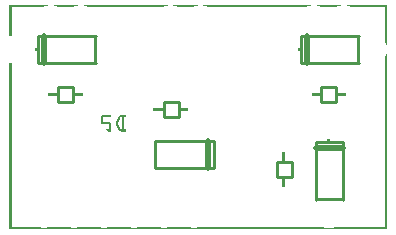
<source format=gbo>
G04 MADE WITH FRITZING*
G04 WWW.FRITZING.ORG*
G04 DOUBLE SIDED*
G04 HOLES PLATED*
G04 CONTOUR ON CENTER OF CONTOUR VECTOR*
%ASAXBY*%
%FSLAX23Y23*%
%MOIN*%
%OFA0B0*%
%SFA1.0B1.0*%
%ADD10C,0.010000*%
%ADD11C,0.020000*%
%ADD12R,0.001000X0.001000*%
%LNSILK0*%
G90*
G70*
G54D10*
X681Y294D02*
X486Y294D01*
D02*
X486Y204D02*
X681Y204D01*
D02*
X681Y204D02*
X681Y294D01*
G54D11*
D02*
X661Y204D02*
X661Y294D01*
G54D10*
D02*
X563Y424D02*
X513Y424D01*
D02*
X513Y424D02*
X513Y374D01*
D02*
X513Y374D02*
X563Y374D01*
D02*
X563Y374D02*
X563Y424D01*
D02*
X1020Y293D02*
X1020Y98D01*
D02*
X1110Y98D02*
X1110Y293D01*
D02*
X1110Y293D02*
X1020Y293D01*
G54D11*
D02*
X1110Y273D02*
X1020Y273D01*
G54D10*
D02*
X890Y225D02*
X890Y175D01*
D02*
X890Y175D02*
X940Y175D01*
D02*
X940Y175D02*
X940Y225D01*
D02*
X940Y225D02*
X890Y225D01*
D02*
X971Y554D02*
X1166Y554D01*
D02*
X1166Y644D02*
X971Y644D01*
D02*
X971Y644D02*
X971Y554D01*
G54D11*
D02*
X991Y644D02*
X991Y554D01*
G54D10*
D02*
X1039Y425D02*
X1089Y425D01*
D02*
X1089Y425D02*
X1089Y475D01*
D02*
X1089Y475D02*
X1039Y475D01*
D02*
X1039Y475D02*
X1039Y425D01*
D02*
X93Y554D02*
X288Y554D01*
D02*
X288Y644D02*
X93Y644D01*
D02*
X93Y644D02*
X93Y554D01*
G54D11*
D02*
X113Y644D02*
X113Y554D01*
G54D10*
D02*
X162Y425D02*
X212Y425D01*
D02*
X212Y425D02*
X212Y475D01*
D02*
X212Y475D02*
X162Y475D01*
D02*
X162Y475D02*
X162Y425D01*
G54D12*
X0Y748D02*
X135Y748D01*
X138Y748D02*
X235Y748D01*
X238Y748D02*
X535Y748D01*
X538Y748D02*
X635Y748D01*
X638Y748D02*
X1012Y748D01*
X1015Y748D02*
X1112Y748D01*
X1115Y748D02*
X1258Y748D01*
X0Y747D02*
X126Y747D01*
X147Y747D02*
X226Y747D01*
X247Y747D02*
X526Y747D01*
X546Y747D02*
X626Y747D01*
X646Y747D02*
X1004Y747D01*
X1024Y747D02*
X1104Y747D01*
X1124Y747D02*
X1258Y747D01*
X0Y746D02*
X122Y746D01*
X151Y746D02*
X222Y746D01*
X251Y746D02*
X522Y746D01*
X550Y746D02*
X622Y746D01*
X650Y746D02*
X1000Y746D01*
X1028Y746D02*
X1100Y746D01*
X1128Y746D02*
X1258Y746D01*
X0Y745D02*
X119Y745D01*
X154Y745D02*
X219Y745D01*
X254Y745D02*
X519Y745D01*
X554Y745D02*
X619Y745D01*
X653Y745D02*
X997Y745D01*
X1031Y745D02*
X1097Y745D01*
X1131Y745D02*
X1258Y745D01*
X0Y744D02*
X117Y744D01*
X156Y744D02*
X217Y744D01*
X256Y744D02*
X517Y744D01*
X556Y744D02*
X616Y744D01*
X656Y744D02*
X994Y744D01*
X1034Y744D02*
X1094Y744D01*
X1134Y744D02*
X1258Y744D01*
X0Y743D02*
X115Y743D01*
X158Y743D02*
X215Y743D01*
X258Y743D02*
X514Y743D01*
X558Y743D02*
X614Y743D01*
X658Y743D02*
X992Y743D01*
X1036Y743D02*
X1092Y743D01*
X1136Y743D02*
X1258Y743D01*
X0Y742D02*
X113Y742D01*
X160Y742D02*
X213Y742D01*
X260Y742D02*
X513Y742D01*
X560Y742D02*
X612Y742D01*
X660Y742D02*
X990Y742D01*
X1038Y742D02*
X1090Y742D01*
X1137Y742D02*
X1258Y742D01*
X0Y741D02*
X111Y741D01*
X162Y741D02*
X211Y741D01*
X262Y741D02*
X511Y741D01*
X562Y741D02*
X611Y741D01*
X662Y741D02*
X988Y741D01*
X1039Y741D02*
X1088Y741D01*
X1139Y741D02*
X1258Y741D01*
X0Y740D02*
X7Y740D01*
X1251Y740D02*
X1258Y740D01*
X0Y739D02*
X7Y739D01*
X1251Y739D02*
X1258Y739D01*
X0Y738D02*
X7Y738D01*
X1251Y738D02*
X1258Y738D01*
X0Y737D02*
X7Y737D01*
X1251Y737D02*
X1258Y737D01*
X0Y736D02*
X7Y736D01*
X1251Y736D02*
X1258Y736D01*
X0Y735D02*
X7Y735D01*
X1251Y735D02*
X1258Y735D01*
X0Y734D02*
X7Y734D01*
X1251Y734D02*
X1258Y734D01*
X0Y733D02*
X7Y733D01*
X1251Y733D02*
X1258Y733D01*
X0Y732D02*
X7Y732D01*
X1251Y732D02*
X1258Y732D01*
X0Y731D02*
X7Y731D01*
X1251Y731D02*
X1258Y731D01*
X0Y730D02*
X7Y730D01*
X1251Y730D02*
X1258Y730D01*
X0Y729D02*
X7Y729D01*
X1251Y729D02*
X1258Y729D01*
X0Y728D02*
X7Y728D01*
X1251Y728D02*
X1258Y728D01*
X0Y727D02*
X7Y727D01*
X1251Y727D02*
X1258Y727D01*
X0Y726D02*
X7Y726D01*
X1251Y726D02*
X1258Y726D01*
X0Y725D02*
X7Y725D01*
X1251Y725D02*
X1258Y725D01*
X0Y724D02*
X7Y724D01*
X1251Y724D02*
X1258Y724D01*
X0Y723D02*
X7Y723D01*
X1251Y723D02*
X1258Y723D01*
X0Y722D02*
X7Y722D01*
X1251Y722D02*
X1258Y722D01*
X0Y721D02*
X7Y721D01*
X1251Y721D02*
X1258Y721D01*
X0Y720D02*
X7Y720D01*
X1251Y720D02*
X1258Y720D01*
X0Y719D02*
X7Y719D01*
X1251Y719D02*
X1258Y719D01*
X0Y718D02*
X7Y718D01*
X1251Y718D02*
X1258Y718D01*
X0Y717D02*
X7Y717D01*
X1251Y717D02*
X1258Y717D01*
X0Y716D02*
X7Y716D01*
X1251Y716D02*
X1258Y716D01*
X0Y715D02*
X7Y715D01*
X1251Y715D02*
X1258Y715D01*
X0Y714D02*
X7Y714D01*
X1251Y714D02*
X1258Y714D01*
X0Y713D02*
X7Y713D01*
X1251Y713D02*
X1258Y713D01*
X0Y712D02*
X7Y712D01*
X1251Y712D02*
X1258Y712D01*
X0Y711D02*
X7Y711D01*
X1251Y711D02*
X1258Y711D01*
X0Y710D02*
X7Y710D01*
X1251Y710D02*
X1258Y710D01*
X0Y709D02*
X7Y709D01*
X1251Y709D02*
X1258Y709D01*
X0Y708D02*
X7Y708D01*
X1251Y708D02*
X1258Y708D01*
X0Y707D02*
X7Y707D01*
X1251Y707D02*
X1258Y707D01*
X0Y706D02*
X7Y706D01*
X1251Y706D02*
X1258Y706D01*
X0Y705D02*
X7Y705D01*
X1251Y705D02*
X1258Y705D01*
X0Y704D02*
X7Y704D01*
X1251Y704D02*
X1258Y704D01*
X0Y703D02*
X7Y703D01*
X1251Y703D02*
X1258Y703D01*
X0Y702D02*
X7Y702D01*
X1251Y702D02*
X1258Y702D01*
X0Y701D02*
X7Y701D01*
X1251Y701D02*
X1258Y701D01*
X0Y700D02*
X7Y700D01*
X1251Y700D02*
X1258Y700D01*
X0Y699D02*
X7Y699D01*
X1251Y699D02*
X1258Y699D01*
X0Y698D02*
X7Y698D01*
X1251Y698D02*
X1258Y698D01*
X0Y697D02*
X7Y697D01*
X1251Y697D02*
X1258Y697D01*
X0Y696D02*
X7Y696D01*
X1251Y696D02*
X1258Y696D01*
X0Y695D02*
X7Y695D01*
X1251Y695D02*
X1258Y695D01*
X0Y694D02*
X7Y694D01*
X1251Y694D02*
X1258Y694D01*
X0Y693D02*
X7Y693D01*
X1251Y693D02*
X1258Y693D01*
X0Y692D02*
X7Y692D01*
X1251Y692D02*
X1258Y692D01*
X0Y691D02*
X7Y691D01*
X1251Y691D02*
X1258Y691D01*
X0Y690D02*
X7Y690D01*
X1251Y690D02*
X1258Y690D01*
X0Y689D02*
X7Y689D01*
X1251Y689D02*
X1258Y689D01*
X0Y688D02*
X7Y688D01*
X1251Y688D02*
X1258Y688D01*
X0Y687D02*
X7Y687D01*
X1251Y687D02*
X1258Y687D01*
X0Y686D02*
X7Y686D01*
X1251Y686D02*
X1258Y686D01*
X0Y685D02*
X7Y685D01*
X1251Y685D02*
X1258Y685D01*
X0Y684D02*
X7Y684D01*
X1251Y684D02*
X1258Y684D01*
X0Y683D02*
X7Y683D01*
X1251Y683D02*
X1258Y683D01*
X0Y682D02*
X7Y682D01*
X1251Y682D02*
X1258Y682D01*
X0Y681D02*
X7Y681D01*
X1251Y681D02*
X1258Y681D01*
X0Y680D02*
X7Y680D01*
X1251Y680D02*
X1258Y680D01*
X0Y679D02*
X7Y679D01*
X1251Y679D02*
X1258Y679D01*
X0Y678D02*
X7Y678D01*
X1251Y678D02*
X1258Y678D01*
X0Y677D02*
X7Y677D01*
X1251Y677D02*
X1258Y677D01*
X0Y676D02*
X7Y676D01*
X1251Y676D02*
X1258Y676D01*
X0Y675D02*
X7Y675D01*
X1251Y675D02*
X1258Y675D01*
X0Y674D02*
X7Y674D01*
X1251Y674D02*
X1258Y674D01*
X0Y673D02*
X7Y673D01*
X1251Y673D02*
X1258Y673D01*
X0Y672D02*
X7Y672D01*
X1251Y672D02*
X1258Y672D01*
X0Y671D02*
X7Y671D01*
X1251Y671D02*
X1258Y671D01*
X0Y670D02*
X7Y670D01*
X1251Y670D02*
X1258Y670D01*
X0Y669D02*
X7Y669D01*
X1251Y669D02*
X1258Y669D01*
X0Y668D02*
X7Y668D01*
X1251Y668D02*
X1258Y668D01*
X0Y667D02*
X7Y667D01*
X1251Y667D02*
X1258Y667D01*
X0Y666D02*
X7Y666D01*
X1251Y666D02*
X1258Y666D01*
X0Y665D02*
X7Y665D01*
X1251Y665D02*
X1258Y665D01*
X0Y664D02*
X7Y664D01*
X1251Y664D02*
X1258Y664D01*
X0Y663D02*
X7Y663D01*
X1251Y663D02*
X1258Y663D01*
X0Y662D02*
X7Y662D01*
X1251Y662D02*
X1258Y662D01*
X0Y661D02*
X7Y661D01*
X1251Y661D02*
X1258Y661D01*
X0Y660D02*
X7Y660D01*
X1251Y660D02*
X1258Y660D01*
X0Y659D02*
X7Y659D01*
X1251Y659D02*
X1258Y659D01*
X0Y658D02*
X7Y658D01*
X1251Y658D02*
X1258Y658D01*
X0Y657D02*
X7Y657D01*
X1251Y657D02*
X1258Y657D01*
X0Y656D02*
X7Y656D01*
X1251Y656D02*
X1258Y656D01*
X0Y655D02*
X7Y655D01*
X1251Y655D02*
X1258Y655D01*
X0Y654D02*
X7Y654D01*
X1251Y654D02*
X1258Y654D01*
X0Y653D02*
X7Y653D01*
X1251Y653D02*
X1258Y653D01*
X0Y652D02*
X7Y652D01*
X1251Y652D02*
X1258Y652D01*
X0Y651D02*
X7Y651D01*
X1251Y651D02*
X1258Y651D01*
X0Y650D02*
X7Y650D01*
X1251Y650D02*
X1258Y650D01*
X0Y649D02*
X7Y649D01*
X1251Y649D02*
X1258Y649D01*
X0Y648D02*
X7Y648D01*
X1251Y648D02*
X1258Y648D01*
X0Y647D02*
X7Y647D01*
X1251Y647D02*
X1258Y647D01*
X0Y646D02*
X7Y646D01*
X1251Y646D02*
X1258Y646D01*
X1251Y645D02*
X1258Y645D01*
X283Y644D02*
X292Y644D01*
X1160Y644D02*
X1169Y644D01*
X1251Y644D02*
X1258Y644D01*
X283Y643D02*
X292Y643D01*
X1160Y643D02*
X1169Y643D01*
X1251Y643D02*
X1258Y643D01*
X283Y642D02*
X292Y642D01*
X1160Y642D02*
X1169Y642D01*
X1251Y642D02*
X1258Y642D01*
X283Y641D02*
X292Y641D01*
X1160Y641D02*
X1169Y641D01*
X1251Y641D02*
X1258Y641D01*
X283Y640D02*
X292Y640D01*
X1160Y640D02*
X1169Y640D01*
X1251Y640D02*
X1258Y640D01*
X283Y639D02*
X292Y639D01*
X1160Y639D02*
X1169Y639D01*
X1251Y639D02*
X1258Y639D01*
X283Y638D02*
X292Y638D01*
X1160Y638D02*
X1169Y638D01*
X1251Y638D02*
X1258Y638D01*
X283Y637D02*
X292Y637D01*
X1160Y637D02*
X1169Y637D01*
X1251Y637D02*
X1258Y637D01*
X283Y636D02*
X292Y636D01*
X1160Y636D02*
X1169Y636D01*
X1251Y636D02*
X1258Y636D01*
X283Y635D02*
X292Y635D01*
X1160Y635D02*
X1169Y635D01*
X1251Y635D02*
X1258Y635D01*
X283Y634D02*
X292Y634D01*
X1160Y634D02*
X1169Y634D01*
X1251Y634D02*
X1258Y634D01*
X283Y633D02*
X292Y633D01*
X1160Y633D02*
X1169Y633D01*
X1251Y633D02*
X1258Y633D01*
X283Y632D02*
X292Y632D01*
X1160Y632D02*
X1169Y632D01*
X1251Y632D02*
X1258Y632D01*
X283Y631D02*
X292Y631D01*
X1160Y631D02*
X1169Y631D01*
X1251Y631D02*
X1258Y631D01*
X283Y630D02*
X292Y630D01*
X1160Y630D02*
X1169Y630D01*
X1251Y630D02*
X1258Y630D01*
X283Y629D02*
X292Y629D01*
X1160Y629D02*
X1169Y629D01*
X1251Y629D02*
X1258Y629D01*
X283Y628D02*
X292Y628D01*
X1160Y628D02*
X1169Y628D01*
X1251Y628D02*
X1258Y628D01*
X283Y627D02*
X292Y627D01*
X1160Y627D02*
X1169Y627D01*
X1251Y627D02*
X1258Y627D01*
X283Y626D02*
X292Y626D01*
X1160Y626D02*
X1169Y626D01*
X1251Y626D02*
X1258Y626D01*
X283Y625D02*
X292Y625D01*
X1160Y625D02*
X1169Y625D01*
X1251Y625D02*
X1258Y625D01*
X283Y624D02*
X292Y624D01*
X1160Y624D02*
X1169Y624D01*
X1252Y624D02*
X1258Y624D01*
X283Y623D02*
X292Y623D01*
X1160Y623D02*
X1169Y623D01*
X1253Y623D02*
X1258Y623D01*
X283Y622D02*
X292Y622D01*
X1160Y622D02*
X1169Y622D01*
X1253Y622D02*
X1258Y622D01*
X283Y621D02*
X292Y621D01*
X1160Y621D02*
X1169Y621D01*
X1254Y621D02*
X1258Y621D01*
X283Y620D02*
X292Y620D01*
X1160Y620D02*
X1169Y620D01*
X1254Y620D02*
X1258Y620D01*
X283Y619D02*
X292Y619D01*
X1160Y619D02*
X1169Y619D01*
X1255Y619D02*
X1258Y619D01*
X283Y618D02*
X292Y618D01*
X1160Y618D02*
X1169Y618D01*
X1255Y618D02*
X1258Y618D01*
X283Y617D02*
X292Y617D01*
X1160Y617D02*
X1169Y617D01*
X1256Y617D02*
X1258Y617D01*
X283Y616D02*
X292Y616D01*
X1160Y616D02*
X1169Y616D01*
X1256Y616D02*
X1258Y616D01*
X283Y615D02*
X292Y615D01*
X1160Y615D02*
X1169Y615D01*
X1256Y615D02*
X1258Y615D01*
X283Y614D02*
X292Y614D01*
X1160Y614D02*
X1168Y614D01*
X1257Y614D02*
X1258Y614D01*
X283Y613D02*
X292Y613D01*
X1160Y613D02*
X1168Y613D01*
X1257Y613D02*
X1258Y613D01*
X283Y612D02*
X292Y612D01*
X1160Y612D02*
X1168Y612D01*
X1257Y612D02*
X1258Y612D01*
X283Y611D02*
X291Y611D01*
X1160Y611D02*
X1168Y611D01*
X1258Y611D02*
X1258Y611D01*
X283Y610D02*
X291Y610D01*
X1160Y610D02*
X1167Y610D01*
X1258Y610D02*
X1258Y610D01*
X283Y609D02*
X291Y609D01*
X1160Y609D02*
X1167Y609D01*
X1258Y609D02*
X1258Y609D01*
X283Y608D02*
X291Y608D01*
X1160Y608D02*
X1167Y608D01*
X1258Y608D02*
X1258Y608D01*
X283Y607D02*
X291Y607D01*
X1160Y607D02*
X1167Y607D01*
X1258Y607D02*
X1258Y607D01*
X283Y606D02*
X291Y606D01*
X1160Y606D02*
X1167Y606D01*
X283Y605D02*
X290Y605D01*
X1160Y605D02*
X1167Y605D01*
X85Y604D02*
X92Y604D01*
X283Y604D02*
X290Y604D01*
X962Y604D02*
X969Y604D01*
X1160Y604D02*
X1166Y604D01*
X85Y603D02*
X92Y603D01*
X283Y603D02*
X290Y603D01*
X962Y603D02*
X969Y603D01*
X1160Y603D02*
X1166Y603D01*
X85Y602D02*
X92Y602D01*
X283Y602D02*
X290Y602D01*
X962Y602D02*
X969Y602D01*
X1160Y602D02*
X1166Y602D01*
X85Y601D02*
X92Y601D01*
X283Y601D02*
X290Y601D01*
X962Y601D02*
X969Y601D01*
X1160Y601D02*
X1166Y601D01*
X85Y600D02*
X92Y600D01*
X283Y600D02*
X290Y600D01*
X962Y600D02*
X969Y600D01*
X1160Y600D02*
X1166Y600D01*
X85Y599D02*
X92Y599D01*
X283Y599D02*
X290Y599D01*
X962Y599D02*
X969Y599D01*
X1160Y599D02*
X1166Y599D01*
X85Y598D02*
X92Y598D01*
X283Y598D02*
X290Y598D01*
X962Y598D02*
X969Y598D01*
X1160Y598D02*
X1166Y598D01*
X85Y597D02*
X92Y597D01*
X283Y597D02*
X290Y597D01*
X962Y597D02*
X969Y597D01*
X1160Y597D02*
X1166Y597D01*
X85Y596D02*
X92Y596D01*
X283Y596D02*
X290Y596D01*
X962Y596D02*
X969Y596D01*
X1160Y596D02*
X1166Y596D01*
X85Y595D02*
X92Y595D01*
X283Y595D02*
X290Y595D01*
X962Y595D02*
X969Y595D01*
X1160Y595D02*
X1166Y595D01*
X283Y594D02*
X290Y594D01*
X1160Y594D02*
X1167Y594D01*
X283Y593D02*
X291Y593D01*
X1160Y593D02*
X1167Y593D01*
X283Y592D02*
X291Y592D01*
X1160Y592D02*
X1167Y592D01*
X1258Y592D02*
X1258Y592D01*
X283Y591D02*
X291Y591D01*
X1160Y591D02*
X1167Y591D01*
X1258Y591D02*
X1258Y591D01*
X283Y590D02*
X291Y590D01*
X1160Y590D02*
X1167Y590D01*
X1258Y590D02*
X1258Y590D01*
X283Y589D02*
X291Y589D01*
X1160Y589D02*
X1168Y589D01*
X1258Y589D02*
X1258Y589D01*
X283Y588D02*
X292Y588D01*
X1160Y588D02*
X1168Y588D01*
X1257Y588D02*
X1258Y588D01*
X283Y587D02*
X292Y587D01*
X1160Y587D02*
X1168Y587D01*
X1257Y587D02*
X1258Y587D01*
X283Y586D02*
X292Y586D01*
X1160Y586D02*
X1168Y586D01*
X1257Y586D02*
X1258Y586D01*
X283Y585D02*
X292Y585D01*
X1160Y585D02*
X1169Y585D01*
X1257Y585D02*
X1258Y585D01*
X283Y584D02*
X292Y584D01*
X1160Y584D02*
X1169Y584D01*
X1256Y584D02*
X1258Y584D01*
X283Y583D02*
X292Y583D01*
X1160Y583D02*
X1169Y583D01*
X1256Y583D02*
X1258Y583D01*
X283Y582D02*
X292Y582D01*
X1160Y582D02*
X1169Y582D01*
X1256Y582D02*
X1258Y582D01*
X283Y581D02*
X292Y581D01*
X1160Y581D02*
X1169Y581D01*
X1255Y581D02*
X1258Y581D01*
X283Y580D02*
X292Y580D01*
X1160Y580D02*
X1169Y580D01*
X1255Y580D02*
X1258Y580D01*
X283Y579D02*
X292Y579D01*
X1160Y579D02*
X1169Y579D01*
X1254Y579D02*
X1258Y579D01*
X283Y578D02*
X292Y578D01*
X1160Y578D02*
X1169Y578D01*
X1254Y578D02*
X1258Y578D01*
X283Y577D02*
X292Y577D01*
X1160Y577D02*
X1169Y577D01*
X1253Y577D02*
X1258Y577D01*
X283Y576D02*
X292Y576D01*
X1160Y576D02*
X1169Y576D01*
X1252Y576D02*
X1258Y576D01*
X283Y575D02*
X292Y575D01*
X1160Y575D02*
X1169Y575D01*
X1252Y575D02*
X1258Y575D01*
X283Y574D02*
X292Y574D01*
X1160Y574D02*
X1169Y574D01*
X1251Y574D02*
X1258Y574D01*
X283Y573D02*
X292Y573D01*
X1160Y573D02*
X1169Y573D01*
X1251Y573D02*
X1258Y573D01*
X283Y572D02*
X292Y572D01*
X1160Y572D02*
X1169Y572D01*
X1251Y572D02*
X1258Y572D01*
X283Y571D02*
X292Y571D01*
X1160Y571D02*
X1169Y571D01*
X1251Y571D02*
X1258Y571D01*
X283Y570D02*
X292Y570D01*
X1160Y570D02*
X1169Y570D01*
X1251Y570D02*
X1258Y570D01*
X283Y569D02*
X292Y569D01*
X1160Y569D02*
X1169Y569D01*
X1251Y569D02*
X1258Y569D01*
X283Y568D02*
X292Y568D01*
X1160Y568D02*
X1169Y568D01*
X1251Y568D02*
X1258Y568D01*
X283Y567D02*
X292Y567D01*
X1160Y567D02*
X1169Y567D01*
X1251Y567D02*
X1258Y567D01*
X283Y566D02*
X292Y566D01*
X1160Y566D02*
X1169Y566D01*
X1251Y566D02*
X1258Y566D01*
X283Y565D02*
X292Y565D01*
X1160Y565D02*
X1169Y565D01*
X1251Y565D02*
X1258Y565D01*
X283Y564D02*
X292Y564D01*
X1160Y564D02*
X1169Y564D01*
X1251Y564D02*
X1258Y564D01*
X283Y563D02*
X292Y563D01*
X1160Y563D02*
X1169Y563D01*
X1251Y563D02*
X1258Y563D01*
X283Y562D02*
X292Y562D01*
X1160Y562D02*
X1169Y562D01*
X1251Y562D02*
X1258Y562D01*
X283Y561D02*
X292Y561D01*
X1160Y561D02*
X1169Y561D01*
X1251Y561D02*
X1258Y561D01*
X283Y560D02*
X292Y560D01*
X1160Y560D02*
X1169Y560D01*
X1251Y560D02*
X1258Y560D01*
X283Y559D02*
X292Y559D01*
X1160Y559D02*
X1169Y559D01*
X1251Y559D02*
X1258Y559D01*
X283Y558D02*
X292Y558D01*
X1160Y558D02*
X1169Y558D01*
X1251Y558D02*
X1258Y558D01*
X283Y557D02*
X292Y557D01*
X1160Y557D02*
X1169Y557D01*
X1251Y557D02*
X1258Y557D01*
X283Y556D02*
X292Y556D01*
X1160Y556D02*
X1169Y556D01*
X1251Y556D02*
X1258Y556D01*
X283Y555D02*
X292Y555D01*
X1160Y555D02*
X1169Y555D01*
X1251Y555D02*
X1258Y555D01*
X1251Y554D02*
X1258Y554D01*
X0Y553D02*
X7Y553D01*
X1251Y553D02*
X1258Y553D01*
X0Y552D02*
X7Y552D01*
X1251Y552D02*
X1258Y552D01*
X0Y551D02*
X7Y551D01*
X1251Y551D02*
X1258Y551D01*
X0Y550D02*
X7Y550D01*
X1251Y550D02*
X1258Y550D01*
X0Y549D02*
X7Y549D01*
X1251Y549D02*
X1258Y549D01*
X0Y548D02*
X7Y548D01*
X1251Y548D02*
X1258Y548D01*
X0Y547D02*
X7Y547D01*
X1251Y547D02*
X1258Y547D01*
X0Y546D02*
X7Y546D01*
X1251Y546D02*
X1258Y546D01*
X0Y545D02*
X7Y545D01*
X1251Y545D02*
X1258Y545D01*
X0Y544D02*
X7Y544D01*
X1251Y544D02*
X1258Y544D01*
X0Y543D02*
X7Y543D01*
X1251Y543D02*
X1258Y543D01*
X0Y542D02*
X7Y542D01*
X1251Y542D02*
X1258Y542D01*
X0Y541D02*
X7Y541D01*
X1251Y541D02*
X1258Y541D01*
X0Y540D02*
X7Y540D01*
X1251Y540D02*
X1258Y540D01*
X0Y539D02*
X7Y539D01*
X1251Y539D02*
X1258Y539D01*
X0Y538D02*
X7Y538D01*
X1251Y538D02*
X1258Y538D01*
X0Y537D02*
X7Y537D01*
X1251Y537D02*
X1258Y537D01*
X0Y536D02*
X7Y536D01*
X1251Y536D02*
X1258Y536D01*
X0Y535D02*
X7Y535D01*
X1251Y535D02*
X1258Y535D01*
X0Y534D02*
X7Y534D01*
X1251Y534D02*
X1258Y534D01*
X0Y533D02*
X7Y533D01*
X1251Y533D02*
X1258Y533D01*
X0Y532D02*
X7Y532D01*
X1251Y532D02*
X1258Y532D01*
X0Y531D02*
X7Y531D01*
X1251Y531D02*
X1258Y531D01*
X0Y530D02*
X7Y530D01*
X1251Y530D02*
X1258Y530D01*
X0Y529D02*
X7Y529D01*
X1251Y529D02*
X1258Y529D01*
X0Y528D02*
X7Y528D01*
X1251Y528D02*
X1258Y528D01*
X0Y527D02*
X7Y527D01*
X1251Y527D02*
X1258Y527D01*
X0Y526D02*
X7Y526D01*
X1251Y526D02*
X1258Y526D01*
X0Y525D02*
X7Y525D01*
X1251Y525D02*
X1258Y525D01*
X0Y524D02*
X7Y524D01*
X1251Y524D02*
X1258Y524D01*
X0Y523D02*
X7Y523D01*
X1251Y523D02*
X1258Y523D01*
X0Y522D02*
X7Y522D01*
X1251Y522D02*
X1258Y522D01*
X0Y521D02*
X7Y521D01*
X1251Y521D02*
X1258Y521D01*
X0Y520D02*
X7Y520D01*
X1251Y520D02*
X1258Y520D01*
X0Y519D02*
X7Y519D01*
X1251Y519D02*
X1258Y519D01*
X0Y518D02*
X7Y518D01*
X1251Y518D02*
X1258Y518D01*
X0Y517D02*
X7Y517D01*
X1251Y517D02*
X1258Y517D01*
X0Y516D02*
X7Y516D01*
X1251Y516D02*
X1258Y516D01*
X0Y515D02*
X7Y515D01*
X1251Y515D02*
X1258Y515D01*
X0Y514D02*
X7Y514D01*
X1251Y514D02*
X1258Y514D01*
X0Y513D02*
X7Y513D01*
X1251Y513D02*
X1258Y513D01*
X0Y512D02*
X7Y512D01*
X1251Y512D02*
X1258Y512D01*
X0Y511D02*
X7Y511D01*
X1251Y511D02*
X1258Y511D01*
X0Y510D02*
X7Y510D01*
X1251Y510D02*
X1258Y510D01*
X0Y509D02*
X7Y509D01*
X1251Y509D02*
X1258Y509D01*
X0Y508D02*
X7Y508D01*
X1251Y508D02*
X1258Y508D01*
X0Y507D02*
X7Y507D01*
X1251Y507D02*
X1258Y507D01*
X0Y506D02*
X7Y506D01*
X1251Y506D02*
X1258Y506D01*
X0Y505D02*
X7Y505D01*
X1251Y505D02*
X1258Y505D01*
X0Y504D02*
X7Y504D01*
X1251Y504D02*
X1258Y504D01*
X0Y503D02*
X7Y503D01*
X1251Y503D02*
X1258Y503D01*
X0Y502D02*
X7Y502D01*
X1251Y502D02*
X1258Y502D01*
X0Y501D02*
X7Y501D01*
X1251Y501D02*
X1258Y501D01*
X0Y500D02*
X7Y500D01*
X1251Y500D02*
X1258Y500D01*
X0Y499D02*
X7Y499D01*
X1251Y499D02*
X1258Y499D01*
X0Y498D02*
X7Y498D01*
X1251Y498D02*
X1258Y498D01*
X0Y497D02*
X7Y497D01*
X1251Y497D02*
X1258Y497D01*
X0Y496D02*
X7Y496D01*
X1251Y496D02*
X1258Y496D01*
X0Y495D02*
X7Y495D01*
X1251Y495D02*
X1258Y495D01*
X0Y494D02*
X7Y494D01*
X1251Y494D02*
X1258Y494D01*
X0Y493D02*
X7Y493D01*
X1251Y493D02*
X1258Y493D01*
X0Y492D02*
X7Y492D01*
X1251Y492D02*
X1258Y492D01*
X0Y491D02*
X7Y491D01*
X1251Y491D02*
X1258Y491D01*
X0Y490D02*
X7Y490D01*
X1251Y490D02*
X1258Y490D01*
X0Y489D02*
X7Y489D01*
X1251Y489D02*
X1258Y489D01*
X0Y488D02*
X7Y488D01*
X1251Y488D02*
X1258Y488D01*
X0Y487D02*
X7Y487D01*
X1251Y487D02*
X1258Y487D01*
X0Y486D02*
X7Y486D01*
X1251Y486D02*
X1258Y486D01*
X0Y485D02*
X7Y485D01*
X1251Y485D02*
X1258Y485D01*
X0Y484D02*
X7Y484D01*
X1251Y484D02*
X1258Y484D01*
X0Y483D02*
X7Y483D01*
X1251Y483D02*
X1258Y483D01*
X0Y482D02*
X7Y482D01*
X1251Y482D02*
X1258Y482D01*
X0Y481D02*
X7Y481D01*
X1251Y481D02*
X1258Y481D01*
X0Y480D02*
X7Y480D01*
X1251Y480D02*
X1258Y480D01*
X0Y479D02*
X7Y479D01*
X1251Y479D02*
X1258Y479D01*
X0Y478D02*
X7Y478D01*
X1251Y478D02*
X1258Y478D01*
X0Y477D02*
X7Y477D01*
X1251Y477D02*
X1258Y477D01*
X0Y476D02*
X7Y476D01*
X1251Y476D02*
X1258Y476D01*
X0Y475D02*
X7Y475D01*
X1251Y475D02*
X1258Y475D01*
X0Y474D02*
X7Y474D01*
X1251Y474D02*
X1258Y474D01*
X0Y473D02*
X7Y473D01*
X1251Y473D02*
X1258Y473D01*
X0Y472D02*
X7Y472D01*
X1251Y472D02*
X1258Y472D01*
X0Y471D02*
X7Y471D01*
X1251Y471D02*
X1258Y471D01*
X0Y470D02*
X7Y470D01*
X1251Y470D02*
X1258Y470D01*
X0Y469D02*
X7Y469D01*
X1251Y469D02*
X1258Y469D01*
X0Y468D02*
X7Y468D01*
X1251Y468D02*
X1258Y468D01*
X0Y467D02*
X7Y467D01*
X1251Y467D02*
X1258Y467D01*
X0Y466D02*
X7Y466D01*
X1251Y466D02*
X1258Y466D01*
X0Y465D02*
X7Y465D01*
X1251Y465D02*
X1258Y465D01*
X0Y464D02*
X7Y464D01*
X1251Y464D02*
X1258Y464D01*
X0Y463D02*
X7Y463D01*
X1251Y463D02*
X1258Y463D01*
X0Y462D02*
X7Y462D01*
X1251Y462D02*
X1258Y462D01*
X0Y461D02*
X7Y461D01*
X1251Y461D02*
X1258Y461D01*
X0Y460D02*
X7Y460D01*
X1251Y460D02*
X1258Y460D01*
X0Y459D02*
X7Y459D01*
X1251Y459D02*
X1258Y459D01*
X0Y458D02*
X7Y458D01*
X1251Y458D02*
X1258Y458D01*
X0Y457D02*
X7Y457D01*
X1251Y457D02*
X1258Y457D01*
X0Y456D02*
X7Y456D01*
X1251Y456D02*
X1258Y456D01*
X0Y455D02*
X7Y455D01*
X129Y455D02*
X160Y455D01*
X212Y455D02*
X244Y455D01*
X1006Y455D02*
X1038Y455D01*
X1089Y455D02*
X1121Y455D01*
X1251Y455D02*
X1258Y455D01*
X0Y454D02*
X7Y454D01*
X129Y454D02*
X161Y454D01*
X212Y454D02*
X244Y454D01*
X1007Y454D02*
X1038Y454D01*
X1089Y454D02*
X1121Y454D01*
X1251Y454D02*
X1258Y454D01*
X0Y453D02*
X7Y453D01*
X129Y453D02*
X161Y453D01*
X212Y453D02*
X244Y453D01*
X1007Y453D02*
X1038Y453D01*
X1089Y453D02*
X1121Y453D01*
X1251Y453D02*
X1258Y453D01*
X0Y452D02*
X7Y452D01*
X129Y452D02*
X161Y452D01*
X212Y452D02*
X244Y452D01*
X1007Y452D02*
X1038Y452D01*
X1089Y452D02*
X1121Y452D01*
X1251Y452D02*
X1258Y452D01*
X0Y451D02*
X7Y451D01*
X130Y451D02*
X161Y451D01*
X212Y451D02*
X244Y451D01*
X1007Y451D02*
X1038Y451D01*
X1089Y451D02*
X1121Y451D01*
X1251Y451D02*
X1258Y451D01*
X0Y450D02*
X7Y450D01*
X130Y450D02*
X161Y450D01*
X212Y450D02*
X244Y450D01*
X1007Y450D02*
X1038Y450D01*
X1089Y450D02*
X1121Y450D01*
X1251Y450D02*
X1258Y450D01*
X0Y449D02*
X7Y449D01*
X130Y449D02*
X161Y449D01*
X212Y449D02*
X244Y449D01*
X1007Y449D02*
X1038Y449D01*
X1089Y449D02*
X1121Y449D01*
X1251Y449D02*
X1258Y449D01*
X0Y448D02*
X7Y448D01*
X129Y448D02*
X161Y448D01*
X212Y448D02*
X244Y448D01*
X1007Y448D02*
X1038Y448D01*
X1089Y448D02*
X1121Y448D01*
X1251Y448D02*
X1258Y448D01*
X0Y447D02*
X7Y447D01*
X129Y447D02*
X161Y447D01*
X212Y447D02*
X244Y447D01*
X1007Y447D02*
X1038Y447D01*
X1089Y447D02*
X1121Y447D01*
X1251Y447D02*
X1258Y447D01*
X0Y446D02*
X7Y446D01*
X129Y446D02*
X161Y446D01*
X212Y446D02*
X244Y446D01*
X1007Y446D02*
X1038Y446D01*
X1089Y446D02*
X1121Y446D01*
X1251Y446D02*
X1258Y446D01*
X0Y445D02*
X7Y445D01*
X1251Y445D02*
X1258Y445D01*
X0Y444D02*
X7Y444D01*
X1251Y444D02*
X1258Y444D01*
X0Y443D02*
X7Y443D01*
X1251Y443D02*
X1258Y443D01*
X0Y442D02*
X7Y442D01*
X1251Y442D02*
X1258Y442D01*
X0Y441D02*
X7Y441D01*
X1251Y441D02*
X1258Y441D01*
X0Y440D02*
X7Y440D01*
X1251Y440D02*
X1258Y440D01*
X0Y439D02*
X7Y439D01*
X1251Y439D02*
X1258Y439D01*
X0Y438D02*
X7Y438D01*
X1251Y438D02*
X1258Y438D01*
X0Y437D02*
X7Y437D01*
X1251Y437D02*
X1258Y437D01*
X0Y436D02*
X7Y436D01*
X1251Y436D02*
X1258Y436D01*
X0Y435D02*
X7Y435D01*
X1251Y435D02*
X1258Y435D01*
X0Y434D02*
X7Y434D01*
X1251Y434D02*
X1258Y434D01*
X0Y433D02*
X7Y433D01*
X1251Y433D02*
X1258Y433D01*
X0Y432D02*
X7Y432D01*
X1251Y432D02*
X1258Y432D01*
X0Y431D02*
X7Y431D01*
X1251Y431D02*
X1258Y431D01*
X0Y430D02*
X7Y430D01*
X1251Y430D02*
X1258Y430D01*
X0Y429D02*
X7Y429D01*
X1251Y429D02*
X1258Y429D01*
X0Y428D02*
X7Y428D01*
X1251Y428D02*
X1258Y428D01*
X0Y427D02*
X7Y427D01*
X1251Y427D02*
X1258Y427D01*
X0Y426D02*
X7Y426D01*
X1251Y426D02*
X1258Y426D01*
X0Y425D02*
X7Y425D01*
X1251Y425D02*
X1258Y425D01*
X0Y424D02*
X7Y424D01*
X1251Y424D02*
X1258Y424D01*
X0Y423D02*
X7Y423D01*
X1251Y423D02*
X1258Y423D01*
X0Y422D02*
X7Y422D01*
X1251Y422D02*
X1258Y422D01*
X0Y421D02*
X7Y421D01*
X1251Y421D02*
X1258Y421D01*
X0Y420D02*
X7Y420D01*
X1251Y420D02*
X1258Y420D01*
X0Y419D02*
X7Y419D01*
X1251Y419D02*
X1258Y419D01*
X0Y418D02*
X7Y418D01*
X1251Y418D02*
X1258Y418D01*
X0Y417D02*
X7Y417D01*
X1251Y417D02*
X1258Y417D01*
X0Y416D02*
X7Y416D01*
X1251Y416D02*
X1258Y416D01*
X0Y415D02*
X7Y415D01*
X1251Y415D02*
X1258Y415D01*
X0Y414D02*
X7Y414D01*
X1251Y414D02*
X1258Y414D01*
X0Y413D02*
X7Y413D01*
X1251Y413D02*
X1258Y413D01*
X0Y412D02*
X7Y412D01*
X1251Y412D02*
X1258Y412D01*
X0Y411D02*
X7Y411D01*
X1251Y411D02*
X1258Y411D01*
X0Y410D02*
X7Y410D01*
X1251Y410D02*
X1258Y410D01*
X0Y409D02*
X7Y409D01*
X1251Y409D02*
X1258Y409D01*
X0Y408D02*
X7Y408D01*
X1251Y408D02*
X1258Y408D01*
X0Y407D02*
X7Y407D01*
X1251Y407D02*
X1258Y407D01*
X0Y406D02*
X7Y406D01*
X1251Y406D02*
X1258Y406D01*
X0Y405D02*
X7Y405D01*
X1251Y405D02*
X1258Y405D01*
X0Y404D02*
X7Y404D01*
X479Y404D02*
X511Y404D01*
X562Y404D02*
X594Y404D01*
X1251Y404D02*
X1258Y404D01*
X0Y403D02*
X7Y403D01*
X479Y403D02*
X511Y403D01*
X562Y403D02*
X593Y403D01*
X1251Y403D02*
X1258Y403D01*
X0Y402D02*
X7Y402D01*
X479Y402D02*
X511Y402D01*
X562Y402D02*
X593Y402D01*
X1251Y402D02*
X1258Y402D01*
X0Y401D02*
X7Y401D01*
X479Y401D02*
X511Y401D01*
X562Y401D02*
X593Y401D01*
X1251Y401D02*
X1258Y401D01*
X0Y400D02*
X7Y400D01*
X479Y400D02*
X511Y400D01*
X562Y400D02*
X593Y400D01*
X1251Y400D02*
X1258Y400D01*
X0Y399D02*
X7Y399D01*
X479Y399D02*
X511Y399D01*
X562Y399D02*
X593Y399D01*
X1251Y399D02*
X1258Y399D01*
X0Y398D02*
X7Y398D01*
X479Y398D02*
X511Y398D01*
X562Y398D02*
X593Y398D01*
X1251Y398D02*
X1258Y398D01*
X0Y397D02*
X7Y397D01*
X479Y397D02*
X511Y397D01*
X562Y397D02*
X593Y397D01*
X1251Y397D02*
X1258Y397D01*
X0Y396D02*
X7Y396D01*
X479Y396D02*
X511Y396D01*
X562Y396D02*
X594Y396D01*
X1251Y396D02*
X1258Y396D01*
X0Y395D02*
X7Y395D01*
X479Y395D02*
X511Y395D01*
X562Y395D02*
X594Y395D01*
X1251Y395D02*
X1258Y395D01*
X0Y394D02*
X7Y394D01*
X1251Y394D02*
X1258Y394D01*
X0Y393D02*
X7Y393D01*
X1251Y393D02*
X1258Y393D01*
X0Y392D02*
X7Y392D01*
X1251Y392D02*
X1258Y392D01*
X0Y391D02*
X7Y391D01*
X1251Y391D02*
X1258Y391D01*
X0Y390D02*
X7Y390D01*
X1251Y390D02*
X1258Y390D01*
X0Y389D02*
X7Y389D01*
X1251Y389D02*
X1258Y389D01*
X0Y388D02*
X7Y388D01*
X1251Y388D02*
X1258Y388D01*
X0Y387D02*
X7Y387D01*
X1251Y387D02*
X1258Y387D01*
X0Y386D02*
X7Y386D01*
X1251Y386D02*
X1258Y386D01*
X0Y385D02*
X7Y385D01*
X1251Y385D02*
X1258Y385D01*
X0Y384D02*
X7Y384D01*
X1251Y384D02*
X1258Y384D01*
X0Y383D02*
X7Y383D01*
X1251Y383D02*
X1258Y383D01*
X0Y382D02*
X7Y382D01*
X1251Y382D02*
X1258Y382D01*
X0Y381D02*
X7Y381D01*
X1251Y381D02*
X1258Y381D01*
X0Y380D02*
X7Y380D01*
X308Y380D02*
X337Y380D01*
X369Y380D02*
X387Y380D01*
X1251Y380D02*
X1258Y380D01*
X0Y379D02*
X7Y379D01*
X307Y379D02*
X337Y379D01*
X367Y379D02*
X388Y379D01*
X1251Y379D02*
X1258Y379D01*
X0Y378D02*
X7Y378D01*
X306Y378D02*
X338Y378D01*
X366Y378D02*
X388Y378D01*
X1251Y378D02*
X1258Y378D01*
X0Y377D02*
X7Y377D01*
X305Y377D02*
X338Y377D01*
X365Y377D02*
X388Y377D01*
X1251Y377D02*
X1258Y377D01*
X0Y376D02*
X7Y376D01*
X305Y376D02*
X338Y376D01*
X364Y376D02*
X388Y376D01*
X1251Y376D02*
X1258Y376D01*
X0Y375D02*
X7Y375D01*
X304Y375D02*
X337Y375D01*
X363Y375D02*
X387Y375D01*
X1251Y375D02*
X1258Y375D01*
X0Y374D02*
X7Y374D01*
X304Y374D02*
X335Y374D01*
X363Y374D02*
X385Y374D01*
X1251Y374D02*
X1258Y374D01*
X0Y373D02*
X7Y373D01*
X304Y373D02*
X310Y373D01*
X362Y373D02*
X369Y373D01*
X375Y373D02*
X381Y373D01*
X1251Y373D02*
X1258Y373D01*
X0Y372D02*
X7Y372D01*
X304Y372D02*
X310Y372D01*
X362Y372D02*
X369Y372D01*
X375Y372D02*
X381Y372D01*
X1251Y372D02*
X1258Y372D01*
X0Y371D02*
X7Y371D01*
X304Y371D02*
X310Y371D01*
X361Y371D02*
X368Y371D01*
X375Y371D02*
X381Y371D01*
X1251Y371D02*
X1258Y371D01*
X0Y370D02*
X7Y370D01*
X304Y370D02*
X310Y370D01*
X361Y370D02*
X368Y370D01*
X375Y370D02*
X381Y370D01*
X1251Y370D02*
X1258Y370D01*
X0Y369D02*
X7Y369D01*
X304Y369D02*
X310Y369D01*
X360Y369D02*
X367Y369D01*
X375Y369D02*
X381Y369D01*
X1251Y369D02*
X1258Y369D01*
X0Y368D02*
X7Y368D01*
X304Y368D02*
X310Y368D01*
X360Y368D02*
X367Y368D01*
X375Y368D02*
X381Y368D01*
X1251Y368D02*
X1258Y368D01*
X0Y367D02*
X7Y367D01*
X304Y367D02*
X310Y367D01*
X359Y367D02*
X366Y367D01*
X375Y367D02*
X381Y367D01*
X1251Y367D02*
X1258Y367D01*
X0Y366D02*
X7Y366D01*
X304Y366D02*
X310Y366D01*
X359Y366D02*
X366Y366D01*
X375Y366D02*
X381Y366D01*
X1251Y366D02*
X1258Y366D01*
X0Y365D02*
X7Y365D01*
X304Y365D02*
X310Y365D01*
X358Y365D02*
X365Y365D01*
X375Y365D02*
X381Y365D01*
X1251Y365D02*
X1258Y365D01*
X0Y364D02*
X7Y364D01*
X304Y364D02*
X310Y364D01*
X358Y364D02*
X365Y364D01*
X375Y364D02*
X381Y364D01*
X1251Y364D02*
X1258Y364D01*
X0Y363D02*
X7Y363D01*
X304Y363D02*
X310Y363D01*
X357Y363D02*
X364Y363D01*
X375Y363D02*
X381Y363D01*
X1251Y363D02*
X1258Y363D01*
X0Y362D02*
X7Y362D01*
X304Y362D02*
X310Y362D01*
X357Y362D02*
X364Y362D01*
X375Y362D02*
X381Y362D01*
X1251Y362D02*
X1258Y362D01*
X0Y361D02*
X7Y361D01*
X304Y361D02*
X310Y361D01*
X356Y361D02*
X363Y361D01*
X375Y361D02*
X381Y361D01*
X1251Y361D02*
X1258Y361D01*
X0Y360D02*
X7Y360D01*
X304Y360D02*
X310Y360D01*
X356Y360D02*
X363Y360D01*
X375Y360D02*
X381Y360D01*
X1251Y360D02*
X1258Y360D01*
X0Y359D02*
X7Y359D01*
X304Y359D02*
X310Y359D01*
X355Y359D02*
X362Y359D01*
X375Y359D02*
X381Y359D01*
X1251Y359D02*
X1258Y359D01*
X0Y358D02*
X7Y358D01*
X304Y358D02*
X310Y358D01*
X355Y358D02*
X362Y358D01*
X375Y358D02*
X381Y358D01*
X1251Y358D02*
X1258Y358D01*
X0Y357D02*
X7Y357D01*
X304Y357D02*
X333Y357D01*
X355Y357D02*
X361Y357D01*
X375Y357D02*
X381Y357D01*
X1251Y357D02*
X1258Y357D01*
X0Y356D02*
X7Y356D01*
X304Y356D02*
X335Y356D01*
X355Y356D02*
X361Y356D01*
X375Y356D02*
X381Y356D01*
X1251Y356D02*
X1258Y356D01*
X0Y355D02*
X7Y355D01*
X305Y355D02*
X336Y355D01*
X355Y355D02*
X361Y355D01*
X375Y355D02*
X381Y355D01*
X1251Y355D02*
X1258Y355D01*
X0Y354D02*
X7Y354D01*
X305Y354D02*
X337Y354D01*
X354Y354D02*
X361Y354D01*
X375Y354D02*
X381Y354D01*
X1251Y354D02*
X1258Y354D01*
X0Y353D02*
X7Y353D01*
X306Y353D02*
X337Y353D01*
X354Y353D02*
X361Y353D01*
X375Y353D02*
X381Y353D01*
X1251Y353D02*
X1258Y353D01*
X0Y352D02*
X7Y352D01*
X307Y352D02*
X338Y352D01*
X355Y352D02*
X361Y352D01*
X375Y352D02*
X381Y352D01*
X1251Y352D02*
X1258Y352D01*
X0Y351D02*
X7Y351D01*
X308Y351D02*
X338Y351D01*
X355Y351D02*
X361Y351D01*
X375Y351D02*
X381Y351D01*
X1251Y351D02*
X1258Y351D01*
X0Y350D02*
X7Y350D01*
X332Y350D02*
X338Y350D01*
X355Y350D02*
X361Y350D01*
X375Y350D02*
X381Y350D01*
X1251Y350D02*
X1258Y350D01*
X0Y349D02*
X7Y349D01*
X332Y349D02*
X338Y349D01*
X355Y349D02*
X362Y349D01*
X375Y349D02*
X381Y349D01*
X1251Y349D02*
X1258Y349D01*
X0Y348D02*
X7Y348D01*
X332Y348D02*
X338Y348D01*
X356Y348D02*
X362Y348D01*
X375Y348D02*
X381Y348D01*
X1251Y348D02*
X1258Y348D01*
X0Y347D02*
X7Y347D01*
X332Y347D02*
X338Y347D01*
X356Y347D02*
X363Y347D01*
X375Y347D02*
X381Y347D01*
X1251Y347D02*
X1258Y347D01*
X0Y346D02*
X7Y346D01*
X332Y346D02*
X338Y346D01*
X357Y346D02*
X363Y346D01*
X375Y346D02*
X381Y346D01*
X1251Y346D02*
X1258Y346D01*
X0Y345D02*
X7Y345D01*
X332Y345D02*
X338Y345D01*
X357Y345D02*
X364Y345D01*
X375Y345D02*
X381Y345D01*
X1251Y345D02*
X1258Y345D01*
X0Y344D02*
X7Y344D01*
X332Y344D02*
X338Y344D01*
X357Y344D02*
X364Y344D01*
X375Y344D02*
X381Y344D01*
X1251Y344D02*
X1258Y344D01*
X0Y343D02*
X7Y343D01*
X332Y343D02*
X338Y343D01*
X358Y343D02*
X365Y343D01*
X375Y343D02*
X381Y343D01*
X1251Y343D02*
X1258Y343D01*
X0Y342D02*
X7Y342D01*
X332Y342D02*
X338Y342D01*
X358Y342D02*
X365Y342D01*
X375Y342D02*
X381Y342D01*
X1251Y342D02*
X1258Y342D01*
X0Y341D02*
X7Y341D01*
X332Y341D02*
X338Y341D01*
X359Y341D02*
X366Y341D01*
X375Y341D02*
X381Y341D01*
X1251Y341D02*
X1258Y341D01*
X0Y340D02*
X7Y340D01*
X332Y340D02*
X338Y340D01*
X359Y340D02*
X366Y340D01*
X375Y340D02*
X381Y340D01*
X1251Y340D02*
X1258Y340D01*
X0Y339D02*
X7Y339D01*
X332Y339D02*
X338Y339D01*
X360Y339D02*
X367Y339D01*
X375Y339D02*
X381Y339D01*
X1251Y339D02*
X1258Y339D01*
X0Y338D02*
X7Y338D01*
X332Y338D02*
X338Y338D01*
X360Y338D02*
X367Y338D01*
X375Y338D02*
X381Y338D01*
X1251Y338D02*
X1258Y338D01*
X0Y337D02*
X7Y337D01*
X332Y337D02*
X338Y337D01*
X361Y337D02*
X368Y337D01*
X375Y337D02*
X381Y337D01*
X1251Y337D02*
X1258Y337D01*
X0Y336D02*
X7Y336D01*
X332Y336D02*
X338Y336D01*
X361Y336D02*
X368Y336D01*
X375Y336D02*
X381Y336D01*
X1251Y336D02*
X1258Y336D01*
X0Y335D02*
X7Y335D01*
X332Y335D02*
X338Y335D01*
X362Y335D02*
X369Y335D01*
X375Y335D02*
X381Y335D01*
X1251Y335D02*
X1258Y335D01*
X0Y334D02*
X7Y334D01*
X332Y334D02*
X338Y334D01*
X362Y334D02*
X370Y334D01*
X375Y334D02*
X381Y334D01*
X1251Y334D02*
X1258Y334D01*
X0Y333D02*
X7Y333D01*
X322Y333D02*
X338Y333D01*
X363Y333D02*
X387Y333D01*
X1251Y333D02*
X1258Y333D01*
X0Y332D02*
X7Y332D01*
X323Y332D02*
X338Y332D01*
X364Y332D02*
X387Y332D01*
X1251Y332D02*
X1258Y332D01*
X0Y331D02*
X7Y331D01*
X324Y331D02*
X338Y331D01*
X364Y331D02*
X388Y331D01*
X1251Y331D02*
X1258Y331D01*
X0Y330D02*
X7Y330D01*
X325Y330D02*
X338Y330D01*
X365Y330D02*
X388Y330D01*
X1251Y330D02*
X1258Y330D01*
X0Y329D02*
X7Y329D01*
X325Y329D02*
X338Y329D01*
X366Y329D02*
X388Y329D01*
X1251Y329D02*
X1258Y329D01*
X0Y328D02*
X7Y328D01*
X326Y328D02*
X338Y328D01*
X368Y328D02*
X387Y328D01*
X1251Y328D02*
X1258Y328D01*
X0Y327D02*
X7Y327D01*
X327Y327D02*
X338Y327D01*
X371Y327D02*
X386Y327D01*
X1251Y327D02*
X1258Y327D01*
X0Y326D02*
X7Y326D01*
X1251Y326D02*
X1258Y326D01*
X0Y325D02*
X7Y325D01*
X1251Y325D02*
X1258Y325D01*
X0Y324D02*
X7Y324D01*
X1251Y324D02*
X1258Y324D01*
X0Y323D02*
X7Y323D01*
X1251Y323D02*
X1258Y323D01*
X0Y322D02*
X7Y322D01*
X1251Y322D02*
X1258Y322D01*
X0Y321D02*
X7Y321D01*
X1251Y321D02*
X1258Y321D01*
X0Y320D02*
X7Y320D01*
X1251Y320D02*
X1258Y320D01*
X0Y319D02*
X7Y319D01*
X1251Y319D02*
X1258Y319D01*
X0Y318D02*
X7Y318D01*
X1251Y318D02*
X1258Y318D01*
X0Y317D02*
X7Y317D01*
X1251Y317D02*
X1258Y317D01*
X0Y316D02*
X7Y316D01*
X1251Y316D02*
X1258Y316D01*
X0Y315D02*
X7Y315D01*
X1251Y315D02*
X1258Y315D01*
X0Y314D02*
X7Y314D01*
X1251Y314D02*
X1258Y314D01*
X0Y313D02*
X7Y313D01*
X1251Y313D02*
X1258Y313D01*
X0Y312D02*
X7Y312D01*
X1251Y312D02*
X1258Y312D01*
X0Y311D02*
X7Y311D01*
X1251Y311D02*
X1258Y311D01*
X0Y310D02*
X7Y310D01*
X1251Y310D02*
X1258Y310D01*
X0Y309D02*
X7Y309D01*
X1251Y309D02*
X1258Y309D01*
X0Y308D02*
X7Y308D01*
X1251Y308D02*
X1258Y308D01*
X0Y307D02*
X7Y307D01*
X1251Y307D02*
X1258Y307D01*
X0Y306D02*
X7Y306D01*
X1251Y306D02*
X1258Y306D01*
X0Y305D02*
X7Y305D01*
X1251Y305D02*
X1258Y305D01*
X0Y304D02*
X7Y304D01*
X1251Y304D02*
X1258Y304D01*
X0Y303D02*
X7Y303D01*
X1251Y303D02*
X1258Y303D01*
X0Y302D02*
X7Y302D01*
X1059Y302D02*
X1059Y302D01*
X1068Y302D02*
X1068Y302D01*
X1251Y302D02*
X1258Y302D01*
X0Y301D02*
X7Y301D01*
X1059Y301D02*
X1068Y301D01*
X1251Y301D02*
X1258Y301D01*
X0Y300D02*
X7Y300D01*
X1059Y300D02*
X1068Y300D01*
X1251Y300D02*
X1258Y300D01*
X0Y299D02*
X7Y299D01*
X1059Y299D02*
X1068Y299D01*
X1251Y299D02*
X1258Y299D01*
X0Y298D02*
X7Y298D01*
X1059Y298D02*
X1068Y298D01*
X1251Y298D02*
X1258Y298D01*
X0Y297D02*
X7Y297D01*
X1059Y297D02*
X1068Y297D01*
X1251Y297D02*
X1258Y297D01*
X0Y296D02*
X7Y296D01*
X1059Y296D02*
X1068Y296D01*
X1251Y296D02*
X1258Y296D01*
X0Y295D02*
X7Y295D01*
X1059Y295D02*
X1068Y295D01*
X1251Y295D02*
X1258Y295D01*
X0Y294D02*
X7Y294D01*
X481Y294D02*
X490Y294D01*
X1059Y294D02*
X1068Y294D01*
X1251Y294D02*
X1258Y294D01*
X0Y293D02*
X7Y293D01*
X481Y293D02*
X490Y293D01*
X1251Y293D02*
X1258Y293D01*
X0Y292D02*
X7Y292D01*
X481Y292D02*
X490Y292D01*
X1251Y292D02*
X1258Y292D01*
X0Y291D02*
X7Y291D01*
X481Y291D02*
X490Y291D01*
X1251Y291D02*
X1258Y291D01*
X0Y290D02*
X7Y290D01*
X481Y290D02*
X490Y290D01*
X1251Y290D02*
X1258Y290D01*
X0Y289D02*
X7Y289D01*
X481Y289D02*
X490Y289D01*
X1251Y289D02*
X1258Y289D01*
X0Y288D02*
X7Y288D01*
X481Y288D02*
X490Y288D01*
X1251Y288D02*
X1258Y288D01*
X0Y287D02*
X7Y287D01*
X481Y287D02*
X490Y287D01*
X1251Y287D02*
X1258Y287D01*
X0Y286D02*
X7Y286D01*
X481Y286D02*
X490Y286D01*
X1251Y286D02*
X1258Y286D01*
X0Y285D02*
X7Y285D01*
X481Y285D02*
X490Y285D01*
X1251Y285D02*
X1258Y285D01*
X0Y284D02*
X7Y284D01*
X481Y284D02*
X490Y284D01*
X1251Y284D02*
X1258Y284D01*
X0Y283D02*
X7Y283D01*
X481Y283D02*
X490Y283D01*
X1251Y283D02*
X1258Y283D01*
X0Y282D02*
X7Y282D01*
X481Y282D02*
X490Y282D01*
X1251Y282D02*
X1258Y282D01*
X0Y281D02*
X7Y281D01*
X481Y281D02*
X490Y281D01*
X1251Y281D02*
X1258Y281D01*
X0Y280D02*
X7Y280D01*
X481Y280D02*
X490Y280D01*
X1251Y280D02*
X1258Y280D01*
X0Y279D02*
X7Y279D01*
X481Y279D02*
X490Y279D01*
X1251Y279D02*
X1258Y279D01*
X0Y278D02*
X7Y278D01*
X481Y278D02*
X490Y278D01*
X1251Y278D02*
X1258Y278D01*
X0Y277D02*
X7Y277D01*
X481Y277D02*
X490Y277D01*
X1251Y277D02*
X1258Y277D01*
X0Y276D02*
X7Y276D01*
X481Y276D02*
X490Y276D01*
X1251Y276D02*
X1258Y276D01*
X0Y275D02*
X7Y275D01*
X481Y275D02*
X490Y275D01*
X1251Y275D02*
X1258Y275D01*
X0Y274D02*
X7Y274D01*
X481Y274D02*
X490Y274D01*
X1251Y274D02*
X1258Y274D01*
X0Y273D02*
X7Y273D01*
X481Y273D02*
X490Y273D01*
X1251Y273D02*
X1258Y273D01*
X0Y272D02*
X7Y272D01*
X481Y272D02*
X490Y272D01*
X1251Y272D02*
X1258Y272D01*
X0Y271D02*
X7Y271D01*
X481Y271D02*
X490Y271D01*
X1251Y271D02*
X1258Y271D01*
X0Y270D02*
X7Y270D01*
X481Y270D02*
X490Y270D01*
X1251Y270D02*
X1258Y270D01*
X0Y269D02*
X7Y269D01*
X481Y269D02*
X490Y269D01*
X1251Y269D02*
X1258Y269D01*
X0Y268D02*
X7Y268D01*
X481Y268D02*
X490Y268D01*
X1251Y268D02*
X1258Y268D01*
X0Y267D02*
X7Y267D01*
X481Y267D02*
X490Y267D01*
X1251Y267D02*
X1258Y267D01*
X0Y266D02*
X7Y266D01*
X481Y266D02*
X490Y266D01*
X1251Y266D02*
X1258Y266D01*
X0Y265D02*
X7Y265D01*
X481Y265D02*
X490Y265D01*
X1251Y265D02*
X1258Y265D01*
X0Y264D02*
X7Y264D01*
X481Y264D02*
X490Y264D01*
X1251Y264D02*
X1258Y264D01*
X0Y263D02*
X7Y263D01*
X481Y263D02*
X490Y263D01*
X1251Y263D02*
X1258Y263D01*
X0Y262D02*
X7Y262D01*
X481Y262D02*
X490Y262D01*
X1251Y262D02*
X1258Y262D01*
X0Y261D02*
X7Y261D01*
X481Y261D02*
X490Y261D01*
X1251Y261D02*
X1258Y261D01*
X0Y260D02*
X7Y260D01*
X482Y260D02*
X490Y260D01*
X1251Y260D02*
X1258Y260D01*
X0Y259D02*
X7Y259D01*
X482Y259D02*
X490Y259D01*
X1251Y259D02*
X1258Y259D01*
X0Y258D02*
X7Y258D01*
X482Y258D02*
X490Y258D01*
X1251Y258D02*
X1258Y258D01*
X0Y257D02*
X7Y257D01*
X482Y257D02*
X490Y257D01*
X910Y257D02*
X919Y257D01*
X1251Y257D02*
X1258Y257D01*
X0Y256D02*
X7Y256D01*
X482Y256D02*
X490Y256D01*
X910Y256D02*
X919Y256D01*
X1251Y256D02*
X1258Y256D01*
X0Y255D02*
X7Y255D01*
X482Y255D02*
X490Y255D01*
X910Y255D02*
X919Y255D01*
X1251Y255D02*
X1258Y255D01*
X0Y254D02*
X7Y254D01*
X483Y254D02*
X490Y254D01*
X681Y254D02*
X688Y254D01*
X910Y254D02*
X919Y254D01*
X1251Y254D02*
X1258Y254D01*
X0Y253D02*
X7Y253D01*
X483Y253D02*
X490Y253D01*
X681Y253D02*
X688Y253D01*
X910Y253D02*
X919Y253D01*
X1251Y253D02*
X1258Y253D01*
X0Y252D02*
X7Y252D01*
X483Y252D02*
X490Y252D01*
X681Y252D02*
X688Y252D01*
X910Y252D02*
X919Y252D01*
X1251Y252D02*
X1258Y252D01*
X0Y251D02*
X7Y251D01*
X483Y251D02*
X490Y251D01*
X681Y251D02*
X688Y251D01*
X910Y251D02*
X919Y251D01*
X1251Y251D02*
X1258Y251D01*
X0Y250D02*
X7Y250D01*
X483Y250D02*
X490Y250D01*
X681Y250D02*
X688Y250D01*
X910Y250D02*
X919Y250D01*
X1251Y250D02*
X1258Y250D01*
X0Y249D02*
X7Y249D01*
X483Y249D02*
X490Y249D01*
X681Y249D02*
X688Y249D01*
X910Y249D02*
X919Y249D01*
X1251Y249D02*
X1258Y249D01*
X0Y248D02*
X7Y248D01*
X483Y248D02*
X490Y248D01*
X681Y248D02*
X688Y248D01*
X910Y248D02*
X919Y248D01*
X1251Y248D02*
X1258Y248D01*
X0Y247D02*
X7Y247D01*
X483Y247D02*
X490Y247D01*
X681Y247D02*
X688Y247D01*
X910Y247D02*
X919Y247D01*
X1251Y247D02*
X1258Y247D01*
X0Y246D02*
X7Y246D01*
X483Y246D02*
X490Y246D01*
X681Y246D02*
X688Y246D01*
X910Y246D02*
X919Y246D01*
X1251Y246D02*
X1258Y246D01*
X0Y245D02*
X7Y245D01*
X483Y245D02*
X490Y245D01*
X681Y245D02*
X688Y245D01*
X910Y245D02*
X919Y245D01*
X1251Y245D02*
X1258Y245D01*
X0Y244D02*
X7Y244D01*
X482Y244D02*
X490Y244D01*
X910Y244D02*
X919Y244D01*
X1251Y244D02*
X1258Y244D01*
X0Y243D02*
X7Y243D01*
X482Y243D02*
X490Y243D01*
X910Y243D02*
X919Y243D01*
X1251Y243D02*
X1258Y243D01*
X0Y242D02*
X7Y242D01*
X482Y242D02*
X490Y242D01*
X910Y242D02*
X919Y242D01*
X1251Y242D02*
X1258Y242D01*
X0Y241D02*
X7Y241D01*
X482Y241D02*
X490Y241D01*
X910Y241D02*
X919Y241D01*
X1251Y241D02*
X1258Y241D01*
X0Y240D02*
X7Y240D01*
X482Y240D02*
X490Y240D01*
X910Y240D02*
X919Y240D01*
X1251Y240D02*
X1258Y240D01*
X0Y239D02*
X7Y239D01*
X481Y239D02*
X490Y239D01*
X910Y239D02*
X919Y239D01*
X1251Y239D02*
X1258Y239D01*
X0Y238D02*
X7Y238D01*
X481Y238D02*
X490Y238D01*
X910Y238D02*
X919Y238D01*
X1251Y238D02*
X1258Y238D01*
X0Y237D02*
X7Y237D01*
X481Y237D02*
X490Y237D01*
X910Y237D02*
X919Y237D01*
X1251Y237D02*
X1258Y237D01*
X0Y236D02*
X7Y236D01*
X481Y236D02*
X490Y236D01*
X910Y236D02*
X919Y236D01*
X1251Y236D02*
X1258Y236D01*
X0Y235D02*
X7Y235D01*
X481Y235D02*
X490Y235D01*
X910Y235D02*
X919Y235D01*
X1251Y235D02*
X1258Y235D01*
X0Y234D02*
X7Y234D01*
X481Y234D02*
X490Y234D01*
X910Y234D02*
X919Y234D01*
X1251Y234D02*
X1258Y234D01*
X0Y233D02*
X7Y233D01*
X481Y233D02*
X490Y233D01*
X910Y233D02*
X919Y233D01*
X1251Y233D02*
X1258Y233D01*
X0Y232D02*
X7Y232D01*
X481Y232D02*
X490Y232D01*
X910Y232D02*
X919Y232D01*
X1251Y232D02*
X1258Y232D01*
X0Y231D02*
X7Y231D01*
X481Y231D02*
X490Y231D01*
X910Y231D02*
X919Y231D01*
X1251Y231D02*
X1258Y231D01*
X0Y230D02*
X7Y230D01*
X481Y230D02*
X490Y230D01*
X910Y230D02*
X919Y230D01*
X1251Y230D02*
X1258Y230D01*
X0Y229D02*
X7Y229D01*
X481Y229D02*
X490Y229D01*
X910Y229D02*
X919Y229D01*
X1251Y229D02*
X1258Y229D01*
X0Y228D02*
X7Y228D01*
X481Y228D02*
X490Y228D01*
X910Y228D02*
X919Y228D01*
X1251Y228D02*
X1258Y228D01*
X0Y227D02*
X7Y227D01*
X481Y227D02*
X490Y227D01*
X910Y227D02*
X919Y227D01*
X1251Y227D02*
X1258Y227D01*
X0Y226D02*
X7Y226D01*
X481Y226D02*
X490Y226D01*
X910Y226D02*
X919Y226D01*
X1251Y226D02*
X1258Y226D01*
X0Y225D02*
X7Y225D01*
X481Y225D02*
X490Y225D01*
X1251Y225D02*
X1258Y225D01*
X0Y224D02*
X7Y224D01*
X481Y224D02*
X490Y224D01*
X1251Y224D02*
X1258Y224D01*
X0Y223D02*
X7Y223D01*
X481Y223D02*
X490Y223D01*
X1251Y223D02*
X1258Y223D01*
X0Y222D02*
X7Y222D01*
X481Y222D02*
X490Y222D01*
X1251Y222D02*
X1258Y222D01*
X0Y221D02*
X7Y221D01*
X481Y221D02*
X490Y221D01*
X1251Y221D02*
X1258Y221D01*
X0Y220D02*
X7Y220D01*
X481Y220D02*
X490Y220D01*
X1251Y220D02*
X1258Y220D01*
X0Y219D02*
X7Y219D01*
X481Y219D02*
X490Y219D01*
X1251Y219D02*
X1258Y219D01*
X0Y218D02*
X7Y218D01*
X481Y218D02*
X490Y218D01*
X1251Y218D02*
X1258Y218D01*
X0Y217D02*
X7Y217D01*
X481Y217D02*
X490Y217D01*
X1251Y217D02*
X1258Y217D01*
X0Y216D02*
X7Y216D01*
X481Y216D02*
X490Y216D01*
X1251Y216D02*
X1258Y216D01*
X0Y215D02*
X7Y215D01*
X481Y215D02*
X490Y215D01*
X1251Y215D02*
X1258Y215D01*
X0Y214D02*
X7Y214D01*
X481Y214D02*
X490Y214D01*
X1251Y214D02*
X1258Y214D01*
X0Y213D02*
X7Y213D01*
X481Y213D02*
X490Y213D01*
X1251Y213D02*
X1258Y213D01*
X0Y212D02*
X7Y212D01*
X481Y212D02*
X490Y212D01*
X1251Y212D02*
X1258Y212D01*
X0Y211D02*
X7Y211D01*
X481Y211D02*
X490Y211D01*
X1251Y211D02*
X1258Y211D01*
X0Y210D02*
X7Y210D01*
X481Y210D02*
X490Y210D01*
X1251Y210D02*
X1258Y210D01*
X0Y209D02*
X7Y209D01*
X481Y209D02*
X490Y209D01*
X1251Y209D02*
X1258Y209D01*
X0Y208D02*
X7Y208D01*
X481Y208D02*
X490Y208D01*
X1251Y208D02*
X1258Y208D01*
X0Y207D02*
X7Y207D01*
X481Y207D02*
X490Y207D01*
X1251Y207D02*
X1258Y207D01*
X0Y206D02*
X7Y206D01*
X481Y206D02*
X490Y206D01*
X1251Y206D02*
X1258Y206D01*
X0Y205D02*
X7Y205D01*
X481Y205D02*
X490Y205D01*
X1251Y205D02*
X1258Y205D01*
X0Y204D02*
X7Y204D01*
X1251Y204D02*
X1258Y204D01*
X0Y203D02*
X7Y203D01*
X1251Y203D02*
X1258Y203D01*
X0Y202D02*
X7Y202D01*
X1251Y202D02*
X1258Y202D01*
X0Y201D02*
X7Y201D01*
X1251Y201D02*
X1258Y201D01*
X0Y200D02*
X7Y200D01*
X1251Y200D02*
X1258Y200D01*
X0Y199D02*
X7Y199D01*
X1251Y199D02*
X1258Y199D01*
X0Y198D02*
X7Y198D01*
X1251Y198D02*
X1258Y198D01*
X0Y197D02*
X7Y197D01*
X1251Y197D02*
X1258Y197D01*
X0Y196D02*
X7Y196D01*
X1251Y196D02*
X1258Y196D01*
X0Y195D02*
X7Y195D01*
X1251Y195D02*
X1258Y195D01*
X0Y194D02*
X7Y194D01*
X1251Y194D02*
X1258Y194D01*
X0Y193D02*
X7Y193D01*
X1251Y193D02*
X1258Y193D01*
X0Y192D02*
X7Y192D01*
X1251Y192D02*
X1258Y192D01*
X0Y191D02*
X7Y191D01*
X1251Y191D02*
X1258Y191D01*
X0Y190D02*
X7Y190D01*
X1251Y190D02*
X1258Y190D01*
X0Y189D02*
X7Y189D01*
X1251Y189D02*
X1258Y189D01*
X0Y188D02*
X7Y188D01*
X1251Y188D02*
X1258Y188D01*
X0Y187D02*
X7Y187D01*
X1251Y187D02*
X1258Y187D01*
X0Y186D02*
X7Y186D01*
X1251Y186D02*
X1258Y186D01*
X0Y185D02*
X7Y185D01*
X1251Y185D02*
X1258Y185D01*
X0Y184D02*
X7Y184D01*
X1251Y184D02*
X1258Y184D01*
X0Y183D02*
X7Y183D01*
X1251Y183D02*
X1258Y183D01*
X0Y182D02*
X7Y182D01*
X1251Y182D02*
X1258Y182D01*
X0Y181D02*
X7Y181D01*
X1251Y181D02*
X1258Y181D01*
X0Y180D02*
X7Y180D01*
X1251Y180D02*
X1258Y180D01*
X0Y179D02*
X7Y179D01*
X1251Y179D02*
X1258Y179D01*
X0Y178D02*
X7Y178D01*
X1251Y178D02*
X1258Y178D01*
X0Y177D02*
X7Y177D01*
X1251Y177D02*
X1258Y177D01*
X0Y176D02*
X7Y176D01*
X1251Y176D02*
X1258Y176D01*
X0Y175D02*
X7Y175D01*
X910Y175D02*
X919Y175D01*
X1251Y175D02*
X1258Y175D01*
X0Y174D02*
X7Y174D01*
X910Y174D02*
X919Y174D01*
X1251Y174D02*
X1258Y174D01*
X0Y173D02*
X7Y173D01*
X910Y173D02*
X919Y173D01*
X1251Y173D02*
X1258Y173D01*
X0Y172D02*
X7Y172D01*
X910Y172D02*
X919Y172D01*
X1251Y172D02*
X1258Y172D01*
X0Y171D02*
X7Y171D01*
X910Y171D02*
X919Y171D01*
X1251Y171D02*
X1258Y171D01*
X0Y170D02*
X7Y170D01*
X910Y170D02*
X919Y170D01*
X1251Y170D02*
X1258Y170D01*
X0Y169D02*
X7Y169D01*
X910Y169D02*
X919Y169D01*
X1251Y169D02*
X1258Y169D01*
X0Y168D02*
X7Y168D01*
X910Y168D02*
X919Y168D01*
X1251Y168D02*
X1258Y168D01*
X0Y167D02*
X7Y167D01*
X910Y167D02*
X919Y167D01*
X1251Y167D02*
X1258Y167D01*
X0Y166D02*
X7Y166D01*
X910Y166D02*
X919Y166D01*
X1251Y166D02*
X1258Y166D01*
X0Y165D02*
X7Y165D01*
X910Y165D02*
X919Y165D01*
X1251Y165D02*
X1258Y165D01*
X0Y164D02*
X7Y164D01*
X910Y164D02*
X919Y164D01*
X1251Y164D02*
X1258Y164D01*
X0Y163D02*
X7Y163D01*
X910Y163D02*
X919Y163D01*
X1251Y163D02*
X1258Y163D01*
X0Y162D02*
X7Y162D01*
X910Y162D02*
X919Y162D01*
X1251Y162D02*
X1258Y162D01*
X0Y161D02*
X7Y161D01*
X910Y161D02*
X919Y161D01*
X1251Y161D02*
X1258Y161D01*
X0Y160D02*
X7Y160D01*
X910Y160D02*
X919Y160D01*
X1251Y160D02*
X1258Y160D01*
X0Y159D02*
X7Y159D01*
X910Y159D02*
X919Y159D01*
X1251Y159D02*
X1258Y159D01*
X0Y158D02*
X7Y158D01*
X910Y158D02*
X919Y158D01*
X1251Y158D02*
X1258Y158D01*
X0Y157D02*
X7Y157D01*
X910Y157D02*
X919Y157D01*
X1251Y157D02*
X1258Y157D01*
X0Y156D02*
X7Y156D01*
X910Y156D02*
X919Y156D01*
X1251Y156D02*
X1258Y156D01*
X0Y155D02*
X7Y155D01*
X910Y155D02*
X919Y155D01*
X1251Y155D02*
X1258Y155D01*
X0Y154D02*
X7Y154D01*
X910Y154D02*
X919Y154D01*
X1251Y154D02*
X1258Y154D01*
X0Y153D02*
X7Y153D01*
X910Y153D02*
X919Y153D01*
X1251Y153D02*
X1258Y153D01*
X0Y152D02*
X7Y152D01*
X910Y152D02*
X919Y152D01*
X1251Y152D02*
X1258Y152D01*
X0Y151D02*
X7Y151D01*
X910Y151D02*
X919Y151D01*
X1251Y151D02*
X1258Y151D01*
X0Y150D02*
X7Y150D01*
X910Y150D02*
X919Y150D01*
X1251Y150D02*
X1258Y150D01*
X0Y149D02*
X7Y149D01*
X910Y149D02*
X919Y149D01*
X1251Y149D02*
X1258Y149D01*
X0Y148D02*
X7Y148D01*
X910Y148D02*
X919Y148D01*
X1251Y148D02*
X1258Y148D01*
X0Y147D02*
X7Y147D01*
X910Y147D02*
X919Y147D01*
X1251Y147D02*
X1258Y147D01*
X0Y146D02*
X7Y146D01*
X910Y146D02*
X919Y146D01*
X1251Y146D02*
X1258Y146D01*
X0Y145D02*
X7Y145D01*
X910Y145D02*
X919Y145D01*
X1251Y145D02*
X1258Y145D01*
X0Y144D02*
X7Y144D01*
X910Y144D02*
X919Y144D01*
X1251Y144D02*
X1258Y144D01*
X0Y143D02*
X7Y143D01*
X910Y143D02*
X919Y143D01*
X1251Y143D02*
X1258Y143D01*
X0Y142D02*
X7Y142D01*
X919Y142D02*
X919Y142D01*
X1251Y142D02*
X1258Y142D01*
X0Y141D02*
X7Y141D01*
X1251Y141D02*
X1258Y141D01*
X0Y140D02*
X7Y140D01*
X1251Y140D02*
X1258Y140D01*
X0Y139D02*
X7Y139D01*
X1251Y139D02*
X1258Y139D01*
X0Y138D02*
X7Y138D01*
X1251Y138D02*
X1258Y138D01*
X0Y137D02*
X7Y137D01*
X1251Y137D02*
X1258Y137D01*
X0Y136D02*
X7Y136D01*
X1251Y136D02*
X1258Y136D01*
X0Y135D02*
X7Y135D01*
X1251Y135D02*
X1258Y135D01*
X0Y134D02*
X7Y134D01*
X1251Y134D02*
X1258Y134D01*
X0Y133D02*
X7Y133D01*
X1251Y133D02*
X1258Y133D01*
X0Y132D02*
X7Y132D01*
X1251Y132D02*
X1258Y132D01*
X0Y131D02*
X7Y131D01*
X1251Y131D02*
X1258Y131D01*
X0Y130D02*
X7Y130D01*
X1251Y130D02*
X1258Y130D01*
X0Y129D02*
X7Y129D01*
X1251Y129D02*
X1258Y129D01*
X0Y128D02*
X7Y128D01*
X1251Y128D02*
X1258Y128D01*
X0Y127D02*
X7Y127D01*
X1251Y127D02*
X1258Y127D01*
X0Y126D02*
X7Y126D01*
X1251Y126D02*
X1258Y126D01*
X0Y125D02*
X7Y125D01*
X1251Y125D02*
X1258Y125D01*
X0Y124D02*
X7Y124D01*
X1251Y124D02*
X1258Y124D01*
X0Y123D02*
X7Y123D01*
X1251Y123D02*
X1258Y123D01*
X0Y122D02*
X7Y122D01*
X1251Y122D02*
X1258Y122D01*
X0Y121D02*
X7Y121D01*
X1251Y121D02*
X1258Y121D01*
X0Y120D02*
X7Y120D01*
X1251Y120D02*
X1258Y120D01*
X0Y119D02*
X7Y119D01*
X1251Y119D02*
X1258Y119D01*
X0Y118D02*
X7Y118D01*
X1251Y118D02*
X1258Y118D01*
X0Y117D02*
X7Y117D01*
X1251Y117D02*
X1258Y117D01*
X0Y116D02*
X7Y116D01*
X1251Y116D02*
X1258Y116D01*
X0Y115D02*
X7Y115D01*
X1251Y115D02*
X1258Y115D01*
X0Y114D02*
X7Y114D01*
X1251Y114D02*
X1258Y114D01*
X0Y113D02*
X7Y113D01*
X1251Y113D02*
X1258Y113D01*
X0Y112D02*
X7Y112D01*
X1251Y112D02*
X1258Y112D01*
X0Y111D02*
X7Y111D01*
X1251Y111D02*
X1258Y111D01*
X0Y110D02*
X7Y110D01*
X1251Y110D02*
X1258Y110D01*
X0Y109D02*
X7Y109D01*
X1251Y109D02*
X1258Y109D01*
X0Y108D02*
X7Y108D01*
X1251Y108D02*
X1258Y108D01*
X0Y107D02*
X7Y107D01*
X1251Y107D02*
X1258Y107D01*
X0Y106D02*
X7Y106D01*
X1251Y106D02*
X1258Y106D01*
X0Y105D02*
X7Y105D01*
X1251Y105D02*
X1258Y105D01*
X0Y104D02*
X7Y104D01*
X1251Y104D02*
X1258Y104D01*
X0Y103D02*
X7Y103D01*
X1019Y103D02*
X1108Y103D01*
X1251Y103D02*
X1258Y103D01*
X0Y102D02*
X7Y102D01*
X1019Y102D02*
X1108Y102D01*
X1251Y102D02*
X1258Y102D01*
X0Y101D02*
X7Y101D01*
X1019Y101D02*
X1108Y101D01*
X1251Y101D02*
X1258Y101D01*
X0Y100D02*
X7Y100D01*
X1019Y100D02*
X1108Y100D01*
X1251Y100D02*
X1258Y100D01*
X0Y99D02*
X7Y99D01*
X1019Y99D02*
X1108Y99D01*
X1251Y99D02*
X1258Y99D01*
X0Y98D02*
X7Y98D01*
X1019Y98D02*
X1108Y98D01*
X1251Y98D02*
X1258Y98D01*
X0Y97D02*
X7Y97D01*
X1019Y97D02*
X1108Y97D01*
X1251Y97D02*
X1258Y97D01*
X0Y96D02*
X7Y96D01*
X1019Y96D02*
X1108Y96D01*
X1251Y96D02*
X1258Y96D01*
X0Y95D02*
X7Y95D01*
X1019Y95D02*
X1056Y95D01*
X1072Y95D02*
X1108Y95D01*
X1251Y95D02*
X1258Y95D01*
X0Y94D02*
X7Y94D01*
X1019Y94D02*
X1051Y94D01*
X1077Y94D02*
X1108Y94D01*
X1251Y94D02*
X1258Y94D01*
X0Y93D02*
X7Y93D01*
X1251Y93D02*
X1258Y93D01*
X0Y92D02*
X7Y92D01*
X1251Y92D02*
X1258Y92D01*
X0Y91D02*
X7Y91D01*
X1251Y91D02*
X1258Y91D01*
X0Y90D02*
X7Y90D01*
X1251Y90D02*
X1258Y90D01*
X0Y89D02*
X7Y89D01*
X1251Y89D02*
X1258Y89D01*
X0Y88D02*
X7Y88D01*
X1251Y88D02*
X1258Y88D01*
X0Y87D02*
X7Y87D01*
X1251Y87D02*
X1258Y87D01*
X0Y86D02*
X7Y86D01*
X1251Y86D02*
X1258Y86D01*
X0Y85D02*
X7Y85D01*
X1251Y85D02*
X1258Y85D01*
X0Y84D02*
X7Y84D01*
X1251Y84D02*
X1258Y84D01*
X0Y83D02*
X7Y83D01*
X1251Y83D02*
X1258Y83D01*
X0Y82D02*
X7Y82D01*
X1251Y82D02*
X1258Y82D01*
X0Y81D02*
X7Y81D01*
X1251Y81D02*
X1258Y81D01*
X0Y80D02*
X7Y80D01*
X1251Y80D02*
X1258Y80D01*
X0Y79D02*
X7Y79D01*
X1251Y79D02*
X1258Y79D01*
X0Y78D02*
X7Y78D01*
X1251Y78D02*
X1258Y78D01*
X0Y77D02*
X7Y77D01*
X1251Y77D02*
X1258Y77D01*
X0Y76D02*
X7Y76D01*
X1251Y76D02*
X1258Y76D01*
X0Y75D02*
X7Y75D01*
X1251Y75D02*
X1258Y75D01*
X0Y74D02*
X7Y74D01*
X1251Y74D02*
X1258Y74D01*
X0Y73D02*
X7Y73D01*
X1251Y73D02*
X1258Y73D01*
X0Y72D02*
X7Y72D01*
X1251Y72D02*
X1258Y72D01*
X0Y71D02*
X7Y71D01*
X1251Y71D02*
X1258Y71D01*
X0Y70D02*
X7Y70D01*
X1251Y70D02*
X1258Y70D01*
X0Y69D02*
X7Y69D01*
X1251Y69D02*
X1258Y69D01*
X0Y68D02*
X7Y68D01*
X1251Y68D02*
X1258Y68D01*
X0Y67D02*
X7Y67D01*
X1251Y67D02*
X1258Y67D01*
X0Y66D02*
X7Y66D01*
X1251Y66D02*
X1258Y66D01*
X0Y65D02*
X7Y65D01*
X1251Y65D02*
X1258Y65D01*
X0Y64D02*
X7Y64D01*
X1251Y64D02*
X1258Y64D01*
X0Y63D02*
X7Y63D01*
X1251Y63D02*
X1258Y63D01*
X0Y62D02*
X7Y62D01*
X1251Y62D02*
X1258Y62D01*
X0Y61D02*
X7Y61D01*
X1251Y61D02*
X1258Y61D01*
X0Y60D02*
X7Y60D01*
X1251Y60D02*
X1258Y60D01*
X0Y59D02*
X7Y59D01*
X1251Y59D02*
X1258Y59D01*
X0Y58D02*
X7Y58D01*
X1251Y58D02*
X1258Y58D01*
X0Y57D02*
X7Y57D01*
X1251Y57D02*
X1258Y57D01*
X0Y56D02*
X7Y56D01*
X1251Y56D02*
X1258Y56D01*
X0Y55D02*
X7Y55D01*
X1251Y55D02*
X1258Y55D01*
X0Y54D02*
X7Y54D01*
X1251Y54D02*
X1258Y54D01*
X0Y53D02*
X7Y53D01*
X1251Y53D02*
X1258Y53D01*
X0Y52D02*
X7Y52D01*
X1251Y52D02*
X1258Y52D01*
X0Y51D02*
X7Y51D01*
X1251Y51D02*
X1258Y51D01*
X0Y50D02*
X7Y50D01*
X1251Y50D02*
X1258Y50D01*
X0Y49D02*
X7Y49D01*
X1251Y49D02*
X1258Y49D01*
X0Y48D02*
X7Y48D01*
X1251Y48D02*
X1258Y48D01*
X0Y47D02*
X7Y47D01*
X1251Y47D02*
X1258Y47D01*
X0Y46D02*
X7Y46D01*
X1251Y46D02*
X1258Y46D01*
X0Y45D02*
X7Y45D01*
X1251Y45D02*
X1258Y45D01*
X0Y44D02*
X7Y44D01*
X1251Y44D02*
X1258Y44D01*
X0Y43D02*
X7Y43D01*
X1251Y43D02*
X1258Y43D01*
X0Y42D02*
X7Y42D01*
X1251Y42D02*
X1258Y42D01*
X0Y41D02*
X7Y41D01*
X1251Y41D02*
X1258Y41D01*
X0Y40D02*
X7Y40D01*
X1251Y40D02*
X1258Y40D01*
X0Y39D02*
X7Y39D01*
X1251Y39D02*
X1258Y39D01*
X0Y38D02*
X7Y38D01*
X1251Y38D02*
X1258Y38D01*
X0Y37D02*
X7Y37D01*
X1251Y37D02*
X1258Y37D01*
X0Y36D02*
X7Y36D01*
X1251Y36D02*
X1258Y36D01*
X0Y35D02*
X7Y35D01*
X1251Y35D02*
X1258Y35D01*
X0Y34D02*
X7Y34D01*
X1251Y34D02*
X1258Y34D01*
X0Y33D02*
X7Y33D01*
X1251Y33D02*
X1258Y33D01*
X0Y32D02*
X7Y32D01*
X1251Y32D02*
X1258Y32D01*
X0Y31D02*
X7Y31D01*
X1251Y31D02*
X1258Y31D01*
X0Y30D02*
X7Y30D01*
X1251Y30D02*
X1258Y30D01*
X0Y29D02*
X7Y29D01*
X1251Y29D02*
X1258Y29D01*
X0Y28D02*
X7Y28D01*
X1251Y28D02*
X1258Y28D01*
X0Y27D02*
X7Y27D01*
X1251Y27D02*
X1258Y27D01*
X0Y26D02*
X7Y26D01*
X1251Y26D02*
X1258Y26D01*
X0Y25D02*
X7Y25D01*
X1251Y25D02*
X1258Y25D01*
X0Y24D02*
X7Y24D01*
X1251Y24D02*
X1258Y24D01*
X0Y23D02*
X7Y23D01*
X1251Y23D02*
X1258Y23D01*
X0Y22D02*
X7Y22D01*
X1251Y22D02*
X1258Y22D01*
X0Y21D02*
X7Y21D01*
X1251Y21D02*
X1258Y21D01*
X0Y20D02*
X7Y20D01*
X1251Y20D02*
X1258Y20D01*
X0Y19D02*
X7Y19D01*
X1251Y19D02*
X1258Y19D01*
X0Y18D02*
X7Y18D01*
X1251Y18D02*
X1258Y18D01*
X0Y17D02*
X7Y17D01*
X1251Y17D02*
X1258Y17D01*
X0Y16D02*
X7Y16D01*
X1251Y16D02*
X1258Y16D01*
X0Y15D02*
X7Y15D01*
X1251Y15D02*
X1258Y15D01*
X0Y14D02*
X7Y14D01*
X1251Y14D02*
X1258Y14D01*
X0Y13D02*
X7Y13D01*
X1251Y13D02*
X1258Y13D01*
X0Y12D02*
X7Y12D01*
X1251Y12D02*
X1258Y12D01*
X0Y11D02*
X7Y11D01*
X1251Y11D02*
X1258Y11D01*
X0Y10D02*
X7Y10D01*
X1251Y10D02*
X1258Y10D01*
X0Y9D02*
X7Y9D01*
X1251Y9D02*
X1258Y9D01*
X0Y8D02*
X100Y8D01*
X129Y8D02*
X200Y8D01*
X228Y8D02*
X300Y8D01*
X328Y8D02*
X400Y8D01*
X428Y8D02*
X500Y8D01*
X528Y8D02*
X600Y8D01*
X628Y8D02*
X1044Y8D01*
X1083Y8D02*
X1258Y8D01*
X0Y7D02*
X104Y7D01*
X125Y7D02*
X204Y7D01*
X225Y7D02*
X304Y7D01*
X325Y7D02*
X404Y7D01*
X425Y7D02*
X504Y7D01*
X524Y7D02*
X604Y7D01*
X624Y7D02*
X1046Y7D01*
X1081Y7D02*
X1258Y7D01*
X0Y6D02*
X110Y6D01*
X119Y6D02*
X210Y6D01*
X219Y6D02*
X310Y6D01*
X319Y6D02*
X410Y6D01*
X419Y6D02*
X510Y6D01*
X519Y6D02*
X610Y6D01*
X618Y6D02*
X1049Y6D01*
X1078Y6D02*
X1258Y6D01*
X0Y5D02*
X1053Y5D01*
X1074Y5D02*
X1258Y5D01*
X0Y4D02*
X1059Y4D01*
X1068Y4D02*
X1258Y4D01*
X0Y3D02*
X1258Y3D01*
X0Y2D02*
X1258Y2D01*
X0Y1D02*
X1258Y1D01*
D02*
G04 End of Silk0*
M02*
</source>
